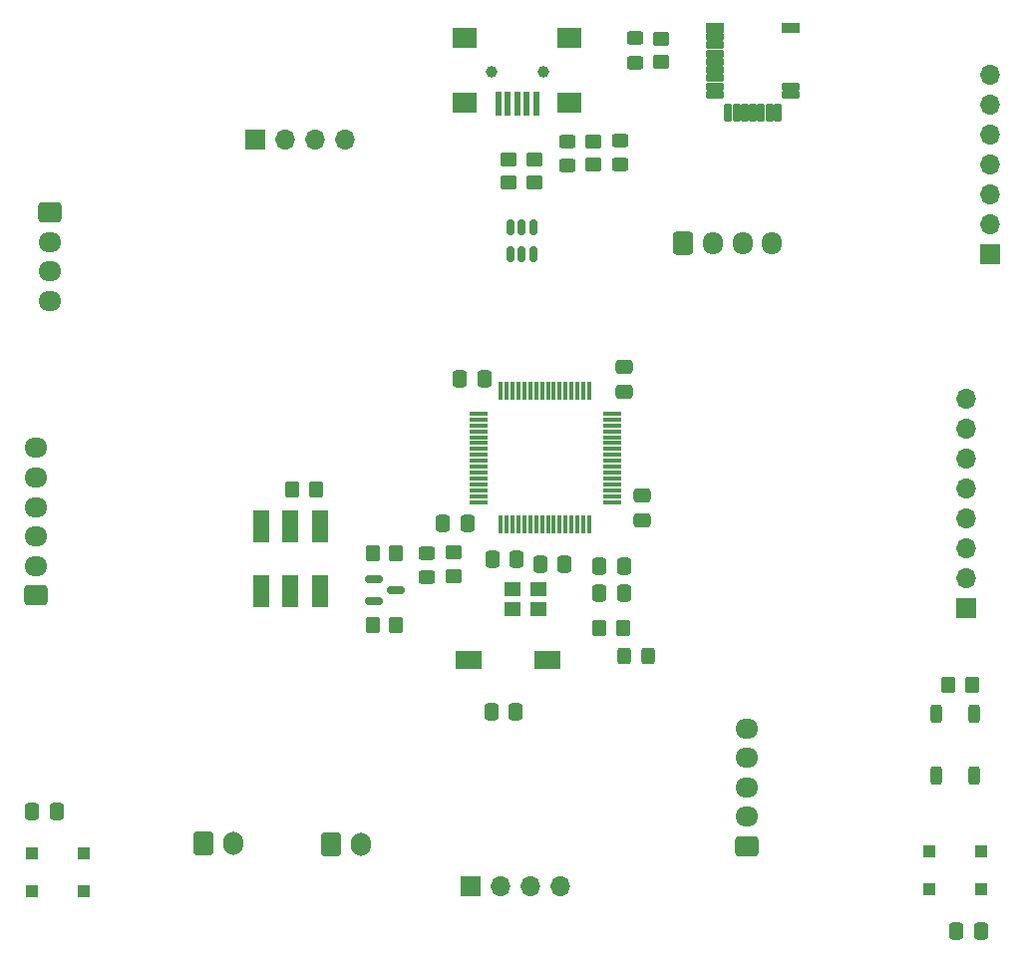
<source format=gbr>
%TF.GenerationSoftware,KiCad,Pcbnew,9.0.1*%
%TF.CreationDate,2025-05-06T13:11:29-06:00*%
%TF.ProjectId,2025_04_STM32F103_RobotBrain,32303235-5f30-4345-9f53-544d33324631,rev?*%
%TF.SameCoordinates,Original*%
%TF.FileFunction,Soldermask,Top*%
%TF.FilePolarity,Negative*%
%FSLAX46Y46*%
G04 Gerber Fmt 4.6, Leading zero omitted, Abs format (unit mm)*
G04 Created by KiCad (PCBNEW 9.0.1) date 2025-05-06 13:11:29*
%MOMM*%
%LPD*%
G01*
G04 APERTURE LIST*
G04 Aperture macros list*
%AMRoundRect*
0 Rectangle with rounded corners*
0 $1 Rounding radius*
0 $2 $3 $4 $5 $6 $7 $8 $9 X,Y pos of 4 corners*
0 Add a 4 corners polygon primitive as box body*
4,1,4,$2,$3,$4,$5,$6,$7,$8,$9,$2,$3,0*
0 Add four circle primitives for the rounded corners*
1,1,$1+$1,$2,$3*
1,1,$1+$1,$4,$5*
1,1,$1+$1,$6,$7*
1,1,$1+$1,$8,$9*
0 Add four rect primitives between the rounded corners*
20,1,$1+$1,$2,$3,$4,$5,0*
20,1,$1+$1,$4,$5,$6,$7,0*
20,1,$1+$1,$6,$7,$8,$9,0*
20,1,$1+$1,$8,$9,$2,$3,0*%
G04 Aperture macros list end*
%ADD10RoundRect,0.250000X-0.450000X0.350000X-0.450000X-0.350000X0.450000X-0.350000X0.450000X0.350000X0*%
%ADD11RoundRect,0.075000X0.075000X-0.700000X0.075000X0.700000X-0.075000X0.700000X-0.075000X-0.700000X0*%
%ADD12RoundRect,0.075000X0.700000X-0.075000X0.700000X0.075000X-0.700000X0.075000X-0.700000X-0.075000X0*%
%ADD13RoundRect,0.250000X0.350000X0.450000X-0.350000X0.450000X-0.350000X-0.450000X0.350000X-0.450000X0*%
%ADD14RoundRect,0.250000X0.450000X-0.350000X0.450000X0.350000X-0.450000X0.350000X-0.450000X-0.350000X0*%
%ADD15RoundRect,0.250000X-0.337500X-0.475000X0.337500X-0.475000X0.337500X0.475000X-0.337500X0.475000X0*%
%ADD16RoundRect,0.250000X-0.600000X-0.750000X0.600000X-0.750000X0.600000X0.750000X-0.600000X0.750000X0*%
%ADD17O,1.700000X2.000000*%
%ADD18R,1.700000X1.700000*%
%ADD19O,1.700000X1.700000*%
%ADD20RoundRect,0.250000X0.725000X-0.600000X0.725000X0.600000X-0.725000X0.600000X-0.725000X-0.600000X0*%
%ADD21O,1.950000X1.700000*%
%ADD22RoundRect,0.250000X0.450000X-0.325000X0.450000X0.325000X-0.450000X0.325000X-0.450000X-0.325000X0*%
%ADD23RoundRect,0.150000X-0.587500X-0.150000X0.587500X-0.150000X0.587500X0.150000X-0.587500X0.150000X0*%
%ADD24RoundRect,0.250000X-0.450000X0.325000X-0.450000X-0.325000X0.450000X-0.325000X0.450000X0.325000X0*%
%ADD25RoundRect,0.250000X-0.350000X-0.450000X0.350000X-0.450000X0.350000X0.450000X-0.350000X0.450000X0*%
%ADD26R,1.000000X1.000000*%
%ADD27RoundRect,0.250000X0.337500X0.475000X-0.337500X0.475000X-0.337500X-0.475000X0.337500X-0.475000X0*%
%ADD28RoundRect,0.250000X-0.725000X0.600000X-0.725000X-0.600000X0.725000X-0.600000X0.725000X0.600000X0*%
%ADD29RoundRect,0.102000X-0.700000X-0.300000X0.700000X-0.300000X0.700000X0.300000X-0.700000X0.300000X0*%
%ADD30RoundRect,0.102000X-0.700000X-0.200000X0.700000X-0.200000X0.700000X0.200000X-0.700000X0.200000X0*%
%ADD31RoundRect,0.102000X-0.200000X-0.700000X0.200000X-0.700000X0.200000X0.700000X-0.200000X0.700000X0*%
%ADD32RoundRect,0.250000X-0.475000X0.337500X-0.475000X-0.337500X0.475000X-0.337500X0.475000X0.337500X0*%
%ADD33RoundRect,0.150000X-0.150000X0.512500X-0.150000X-0.512500X0.150000X-0.512500X0.150000X0.512500X0*%
%ADD34RoundRect,0.250000X-0.600000X-0.725000X0.600000X-0.725000X0.600000X0.725000X-0.600000X0.725000X0*%
%ADD35O,1.700000X1.950000*%
%ADD36R,1.400000X1.200000*%
%ADD37R,2.300000X1.500000*%
%ADD38RoundRect,0.250000X0.325000X0.450000X-0.325000X0.450000X-0.325000X-0.450000X0.325000X-0.450000X0*%
%ADD39RoundRect,0.250000X0.475000X-0.337500X0.475000X0.337500X-0.475000X0.337500X-0.475000X-0.337500X0*%
%ADD40RoundRect,0.250000X-0.250000X0.525000X-0.250000X-0.525000X0.250000X-0.525000X0.250000X0.525000X0*%
%ADD41RoundRect,0.102000X0.600000X1.250000X-0.600000X1.250000X-0.600000X-1.250000X0.600000X-1.250000X0*%
%ADD42C,1.000000*%
%ADD43R,0.500000X2.000000*%
%ADD44R,2.000000X1.700000*%
G04 APERTURE END LIST*
D10*
%TO.C,R2*%
X137680000Y-41715000D03*
X137680000Y-43715000D03*
%TD*%
D11*
%TO.C,U1*%
X136990000Y-72760000D03*
X137490000Y-72760000D03*
X137990000Y-72760000D03*
X138490000Y-72760000D03*
X138990000Y-72760000D03*
X139490000Y-72760000D03*
X139990000Y-72760000D03*
X140490000Y-72760000D03*
X140990000Y-72760000D03*
X141490000Y-72760000D03*
X141990000Y-72760000D03*
X142490000Y-72760000D03*
X142990000Y-72760000D03*
X143490000Y-72760000D03*
X143990000Y-72760000D03*
X144490000Y-72760000D03*
D12*
X146415000Y-70835000D03*
X146415000Y-70335000D03*
X146415000Y-69835000D03*
X146415000Y-69335000D03*
X146415000Y-68835000D03*
X146415000Y-68335000D03*
X146415000Y-67835000D03*
X146415000Y-67335000D03*
X146415000Y-66835000D03*
X146415000Y-66335000D03*
X146415000Y-65835000D03*
X146415000Y-65335000D03*
X146415000Y-64835000D03*
X146415000Y-64335000D03*
X146415000Y-63835000D03*
X146415000Y-63335000D03*
D11*
X144490000Y-61410000D03*
X143990000Y-61410000D03*
X143490000Y-61410000D03*
X142990000Y-61410000D03*
X142490000Y-61410000D03*
X141990000Y-61410000D03*
X141490000Y-61410000D03*
X140990000Y-61410000D03*
X140490000Y-61410000D03*
X139990000Y-61410000D03*
X139490000Y-61410000D03*
X138990000Y-61410000D03*
X138490000Y-61410000D03*
X137990000Y-61410000D03*
X137490000Y-61410000D03*
X136990000Y-61410000D03*
D12*
X135065000Y-63335000D03*
X135065000Y-63835000D03*
X135065000Y-64335000D03*
X135065000Y-64835000D03*
X135065000Y-65335000D03*
X135065000Y-65835000D03*
X135065000Y-66335000D03*
X135065000Y-66835000D03*
X135065000Y-67335000D03*
X135065000Y-67835000D03*
X135065000Y-68335000D03*
X135065000Y-68835000D03*
X135065000Y-69335000D03*
X135065000Y-69835000D03*
X135065000Y-70335000D03*
X135065000Y-70835000D03*
%TD*%
D13*
%TO.C,R9*%
X128117500Y-81300000D03*
X126117500Y-81300000D03*
%TD*%
D14*
%TO.C,R3*%
X139860000Y-43735000D03*
X139860000Y-41735000D03*
%TD*%
D15*
%TO.C,C12*%
X97200000Y-97150000D03*
X99275000Y-97150000D03*
%TD*%
D16*
%TO.C,J6*%
X122580000Y-99900000D03*
D17*
X125080000Y-99900000D03*
%TD*%
D18*
%TO.C,J9*%
X178500000Y-49800000D03*
D19*
X178500000Y-47260000D03*
X178500000Y-44720000D03*
X178500000Y-42180000D03*
X178500000Y-39640000D03*
X178500000Y-37100000D03*
X178500000Y-34560000D03*
%TD*%
D20*
%TO.C,J8*%
X157890000Y-100070000D03*
D21*
X157890000Y-97570000D03*
X157890000Y-95070000D03*
X157890000Y-92570000D03*
X157890000Y-90070000D03*
%TD*%
D18*
%TO.C,J2*%
X176465000Y-79835000D03*
D19*
X176465000Y-77295000D03*
X176465000Y-74755000D03*
X176465000Y-72215000D03*
X176465000Y-69675000D03*
X176465000Y-67135000D03*
X176465000Y-64595000D03*
X176465000Y-62055000D03*
%TD*%
D22*
%TO.C,D4*%
X148410000Y-33500000D03*
X148410000Y-31450000D03*
%TD*%
D23*
%TO.C,Q1*%
X126210000Y-77360000D03*
X126210000Y-79260000D03*
X128085000Y-78310000D03*
%TD*%
D24*
%TO.C,D3*%
X130690000Y-75155000D03*
X130690000Y-77205000D03*
%TD*%
D25*
%TO.C,R5*%
X145347500Y-81570000D03*
X147347500Y-81570000D03*
%TD*%
D26*
%TO.C,LED1*%
X97150000Y-100700000D03*
X97150000Y-103900000D03*
X101550000Y-103900000D03*
X101550000Y-100700000D03*
%TD*%
D24*
%TO.C,F1*%
X142670000Y-40210000D03*
X142670000Y-42260000D03*
%TD*%
D27*
%TO.C,C9*%
X138337500Y-75730000D03*
X136262500Y-75730000D03*
%TD*%
D13*
%TO.C,R10*%
X128117500Y-75210000D03*
X126117500Y-75210000D03*
%TD*%
D18*
%TO.C,J4*%
X116160000Y-40040000D03*
D19*
X118700000Y-40040000D03*
X121240000Y-40040000D03*
X123780000Y-40040000D03*
%TD*%
D25*
%TO.C,R8*%
X175000000Y-86410000D03*
X177000000Y-86410000D03*
%TD*%
D28*
%TO.C,J11*%
X98720000Y-46270000D03*
D21*
X98720000Y-48770000D03*
X98720000Y-51270000D03*
X98720000Y-53770000D03*
%TD*%
D29*
%TO.C,MDBT42T-AT1*%
X155200000Y-30540000D03*
D30*
X155200000Y-31340000D03*
X155200000Y-32040000D03*
X155200000Y-32740000D03*
X155200000Y-33440000D03*
X155200000Y-34140000D03*
X155200000Y-34840000D03*
X155200000Y-35540000D03*
X155200000Y-36240000D03*
D31*
X156300000Y-37740000D03*
X157000000Y-37740000D03*
X157700000Y-37740000D03*
X158400000Y-37740000D03*
X159100000Y-37740000D03*
X159800000Y-37740000D03*
X160500000Y-37740000D03*
D30*
X161600000Y-36240000D03*
X161600000Y-35540000D03*
D29*
X161600000Y-30540000D03*
%TD*%
D27*
%TO.C,C2*%
X135577500Y-60340000D03*
X133502500Y-60340000D03*
%TD*%
D10*
%TO.C,R6*%
X132960000Y-75150000D03*
X132960000Y-77150000D03*
%TD*%
D14*
%TO.C,R7*%
X150640000Y-33475000D03*
X150640000Y-31475000D03*
%TD*%
D32*
%TO.C,C4*%
X148960000Y-70302500D03*
X148960000Y-72377500D03*
%TD*%
D33*
%TO.C,U2*%
X139730000Y-47510000D03*
X138780000Y-47510000D03*
X137830000Y-47510000D03*
X137830000Y-49785000D03*
X138780000Y-49785000D03*
X139730000Y-49785000D03*
%TD*%
D15*
%TO.C,C5*%
X145352500Y-76290000D03*
X147427500Y-76290000D03*
%TD*%
D18*
%TO.C,J3*%
X134460000Y-103485000D03*
D19*
X137000000Y-103485000D03*
X139540000Y-103485000D03*
X142080000Y-103485000D03*
%TD*%
D34*
%TO.C,J7*%
X152500000Y-48825000D03*
D35*
X155000000Y-48825000D03*
X157500000Y-48825000D03*
X160000000Y-48825000D03*
%TD*%
D36*
%TO.C,Y2*%
X137952500Y-79920000D03*
X140152500Y-79920000D03*
X140152500Y-78220000D03*
X137952500Y-78220000D03*
%TD*%
D37*
%TO.C,SW1*%
X134220000Y-84280000D03*
X140920000Y-84280000D03*
%TD*%
D15*
%TO.C,C6*%
X145352500Y-78580000D03*
X147427500Y-78580000D03*
%TD*%
D16*
%TO.C,J5*%
X111750000Y-99875000D03*
D17*
X114250000Y-99875000D03*
%TD*%
D38*
%TO.C,D2*%
X149492500Y-83950000D03*
X147442500Y-83950000D03*
%TD*%
D27*
%TO.C,C1*%
X134137500Y-72690000D03*
X132062500Y-72690000D03*
%TD*%
D26*
%TO.C,LED2*%
X177760000Y-103740000D03*
X177760000Y-100540000D03*
X173360000Y-100540000D03*
X173360000Y-103740000D03*
%TD*%
D15*
%TO.C,C8*%
X140312500Y-76140000D03*
X142387500Y-76140000D03*
%TD*%
D13*
%TO.C,R1*%
X121300000Y-69810000D03*
X119300000Y-69810000D03*
%TD*%
D20*
%TO.C,J10*%
X97510000Y-78760000D03*
D21*
X97510000Y-76260000D03*
X97510000Y-73760000D03*
X97510000Y-71260000D03*
X97510000Y-68760000D03*
X97510000Y-66260000D03*
%TD*%
D39*
%TO.C,C3*%
X147470000Y-61457500D03*
X147470000Y-59382500D03*
%TD*%
D40*
%TO.C,SW2*%
X177200000Y-88835000D03*
X177200000Y-94085000D03*
X174000000Y-88835000D03*
X174000000Y-94085000D03*
%TD*%
D22*
%TO.C,D1*%
X147160000Y-42210000D03*
X147160000Y-40160000D03*
%TD*%
D41*
%TO.C,S1*%
X121610000Y-72880000D03*
X119110000Y-72880000D03*
X116610000Y-72880000D03*
X121610000Y-78380000D03*
X119110000Y-78380000D03*
X116610000Y-78380000D03*
%TD*%
D27*
%TO.C,C11*%
X177747500Y-107320000D03*
X175672500Y-107320000D03*
%TD*%
D42*
%TO.C,J1*%
X140580000Y-34300000D03*
X136180000Y-34300000D03*
D43*
X139980000Y-37000000D03*
X139180000Y-37000000D03*
X138380000Y-37000000D03*
X137580000Y-37000000D03*
X136780000Y-37000000D03*
D44*
X142830000Y-36900000D03*
X142830000Y-31450000D03*
X133930000Y-36900000D03*
X133930000Y-31450000D03*
%TD*%
D27*
%TO.C,C7*%
X138247500Y-88630000D03*
X136172500Y-88630000D03*
%TD*%
D14*
%TO.C,R4*%
X144880000Y-42215000D03*
X144880000Y-40215000D03*
%TD*%
M02*

</source>
